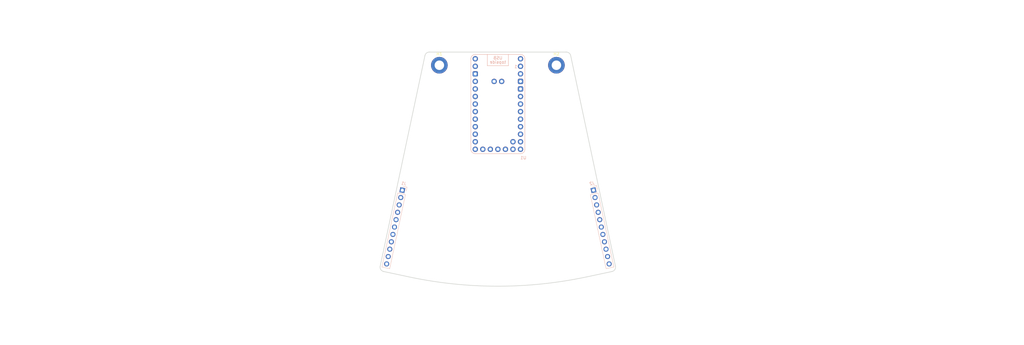
<source format=kicad_pcb>
(kicad_pcb (version 20240108) (generator "pcbnew") (generator_version "8.0")
  (layers (0 "F.Cu" signal) (31 "B.Cu" signal) (34 "B.Paste" user) (35 "F.Paste" user) (36 "B.SilkS" user "B.Silkscreen") (37 "F.SilkS" user "F.Silkscreen") (38 "B.Mask" user) (39 "F.Mask" user) (44 "Edge.Cuts" user))
  (net 0 "")
  (net 1 "col5")
  (net 2 "rgb")
  (net 3 "row2")
  (net 4 "row0")
  (net 5 "col4")
  (net 6 "col2")
  (net 7 "col3")
  (net 8 "row1")
  (net 9 "row3")
  (net 10 "col0")
  (net 11 "col1")
  (net 12 "col8")
  (net 13 "row5")
  (net 14 "col10")
  (net 15 "col6")
  (net 16 "GND")
  (net 17 "col9")
  (net 18 "row4")
  (net 19 "col7")
  (net 20 "col11")
  (net 21 "VCC")
  (footprint "MountingHole:MountingHole_3.2mm_M3_DIN965_Pad" (layer "F.Cu") (at 217.916446 138.860167)
    (property "Reference" "H2" (at 0 -3.8 0) (layer "F.SilkS"))
    (property "Value" "MountingHole")
    (pad "1" thru_hole circle (at 0 0) (size 5.6 5.6) (drill 3.2) (layers "*.Cu" "*.Mask"))
  )
  (footprint "MountingHole:MountingHole_3.2mm_M3_DIN965_Pad" (layer "F.Cu") (at 178.485446 138.860167)
    (property "Reference" "H1" (at 0 -3.8 0) (layer "F.SilkS"))
    (property "Value" "MountingHole")
    (pad "1" thru_hole circle (at 0 0) (size 5.6 5.6) (drill 3.2) (layers "*.Cu" "*.Mask"))
  )
  (footprint "Connector_PinHeader_2.54mm:PinHeader_1x11_P2.54mm_Vertical" (layer "B.Cu") (at 230.399607 180.945708 -168)
    (property "Reference" "J2" (at 0 2.33 12) (layer "B.SilkS") (effects (justify mirror)))
    (property "Value" "Conn_01x11")
    (fp_line (start 1.33 -1.27) (end -1.33 -1.27) (stroke (width 0.12)) (layer "B.SilkS"))
    (fp_line (start 0.000001 1.33) (end -1.33 1.33) (stroke (width 0.12)) (layer "B.SilkS"))
    (fp_line (start -1.33 1.33) (end -1.33 0.000001) (stroke (width 0.12)) (layer "B.SilkS"))
    (fp_line (start 1.33 -26.73) (end 1.33 -1.27) (stroke (width 0.12)) (layer "B.SilkS"))
    (fp_line (start 1.33 -26.73) (end -1.33 -26.73) (stroke (width 0.12)) (layer "B.SilkS"))
    (fp_line (start -1.33 -26.73) (end -1.33 -1.27) (stroke (width 0.12)) (layer "B.SilkS"))
    (pad "1" thru_hole rect (at 0 0 192) (size 1.7 1.7) (drill 1) (layers "*.Cu" "*.Mask") (net 2 "rgb"))
    (pad "2" thru_hole oval (at 0.000001 -2.54 192) (size 1.7 1.7) (drill 1) (layers "*.Cu" "*.Mask") (net 13 "row5"))
    (pad "3" thru_hole oval (at -0.000001 -5.08 192) (size 1.7 1.7) (drill 1) (layers "*.Cu" "*.Mask") (net 20 "col11"))
    (pad "4" thru_hole oval (at 0 -7.62 192) (size 1.7 1.7) (drill 1) (layers "*.Cu" "*.Mask") (net 14 "col10"))
    (pad "5" thru_hole oval (at 0 -10.16 192) (size 1.7 1.7) (drill 1) (layers "*.Cu" "*.Mask") (net 17 "col9"))
    (pad "6" thru_hole oval (at 0 -12.700002 192) (size 1.7 1.7) (drill 1) (layers "*.Cu" "*.Mask") (net 12 "col8"))
    (pad "7" thru_hole oval (at 0 -15.24 192) (size 1.7 1.7) (drill 1) (layers "*.Cu" "*.Mask") (net 19 "col7"))
    (pad "8" thru_hole oval (at 0 -17.78 192) (size 1.7 1.7) (drill 1) (layers "*.Cu" "*.Mask") (net 15 "col6"))
    (pad "9" thru_hole oval (at 0 -20.32 192) (size 1.7 1.7) (drill 1) (layers "*.Cu" "*.Mask") (net 21 "VCC"))
    (pad "10" thru_hole oval (at 0 -22.86 192) (size 1.7 1.7) (drill 1) (layers "*.Cu" "*.Mask") (net 16 "GND"))
    (pad "11" thru_hole oval (at 0 -25.4 192) (size 1.7 1.7) (drill 1) (layers "*.Cu" "*.Mask") (net 18 "row4"))
  )
  (footprint "Connector_PinHeader_2.54mm:PinHeader_1x11_P2.54mm_Vertical" (layer "B.Cu") (at 166.008871 180.945708 168)
    (property "Reference" "J1" (at 0 2.33 168) (layer "B.SilkS") (effects (justify mirror)))
    (property "Value" "Conn_01x11")
    (fp_line (start 1.33 -26.73) (end -1.33 -26.73) (stroke (width 0.12)) (layer "B.SilkS"))
    (fp_line (start 1.33 -26.73) (end 1.33 -1.27) (stroke (width 0.12)) (layer "B.SilkS"))
    (fp_line (start -1.33 -26.73) (end -1.33 -1.27) (stroke (width 0.12)) (layer "B.SilkS"))
    (fp_line (start 1.33 -1.27) (end -1.33 -1.27) (stroke (width 0.12)) (layer "B.SilkS"))
    (fp_line (start -0.000001 1.33) (end -1.33 1.33) (stroke (width 0.12)) (layer "B.SilkS"))
    (fp_line (start -1.33 1.33) (end -1.33 -0.000001) (stroke (width 0.12)) (layer "B.SilkS"))
    (pad "1" thru_hole rect (at 0 0 168) (size 1.7 1.7) (drill 1) (layers "*.Cu" "*.Mask") (net 16 "GND"))
    (pad "2" thru_hole oval (at 0 -2.54 168) (size 1.7 1.7) (drill 1) (layers "*.Cu" "*.Mask") (net 10 "col0"))
    (pad "3" thru_hole oval (at 0 -5.08 168) (size 1.7 1.7) (drill 1) (layers "*.Cu" "*.Mask") (net 11 "col1"))
    (pad "4" thru_hole oval (at 0 -7.62 168) (size 1.7 1.7) (drill 1) (layers "*.Cu" "*.Mask") (net 6 "col2"))
    (pad "5" thru_hole oval (at 0 -10.16 168) (size 1.7 1.7) (drill 1) (layers "*.Cu" "*.Mask") (net 7 "col3"))
    (pad "6" thru_hole oval (at -0.000002 -12.7 168) (size 1.7 1.7) (drill 1) (layers "*.Cu" "*.Mask") (net 5 "col4"))
    (pad "7" thru_hole oval (at 0 -15.24 168) (size 1.7 1.7) (drill 1) (layers "*.Cu" "*.Mask") (net 1 "col5"))
    (pad "8" thru_hole oval (at 0 -17.78 168) (size 1.7 1.7) (drill 1) (layers "*.Cu" "*.Mask") (net 4 "row0"))
    (pad "9" thru_hole oval (at 0 -20.32 168) (size 1.7 1.7) (drill 1) (layers "*.Cu" "*.Mask") (net 8 "row1"))
    (pad "10" thru_hole oval (at 0 -22.86 168) (size 1.7 1.7) (drill 1) (layers "*.Cu" "*.Mask") (net 3 "row2"))
    (pad "11" thru_hole oval (at 0 -25.4 168) (size 1.7 1.7) (drill 1) (layers "*.Cu" "*.Mask") (net 9 "row3"))
  )
  (footprint "PCM_marbastlib-xp-promicroish:Helios_AH_USBup" (layer "B.Cu") (at 198.200946 153.2 180)
    (property "Reference" "U1" (at -9.67 -16.82 0) (layer "B.SilkS") (effects (justify left mirror)))
    (property "Value" "Helios")
    (fp_line (start 9.09 16.51) (end 9.09 -13.97) (stroke (width 0.15)) (layer "B.SilkS"))
    (fp_line (start 7.62 -15.44) (end -7.62 -15.44) (stroke (width 0.15)) (layer "B.SilkS"))
    (fp_line (start 3.55 17.98) (end 3.55 14.2) (stroke (width 0.15)) (layer "B.SilkS"))
    (fp_line (start -3.55 17.98) (end -3.55 14.2) (stroke (width 0.15)) (layer "B.SilkS"))
    (fp_line (start -3.55 14.2) (end 3.55 14.2) (stroke (width 0.15)) (layer "B.SilkS"))
    (fp_line (start -7.62 17.98) (end 7.62 17.98) (stroke (width 0.15)) (layer "B.SilkS"))
    (fp_line (start -9.09 -13.97) (end -9.09 16.51) (stroke (width 0.15)) (layer "B.SilkS"))
    (fp_arc (start 9.09 16.51) (mid 8.659447 17.549447) (end 7.62 17.98) (stroke (width 0.15)) (layer "B.SilkS"))
    (fp_arc (start 7.62 -15.44) (mid 8.659447 -15.009447) (end 9.09 -13.97) (stroke (width 0.15)) (layer "B.SilkS"))
    (fp_arc (start -7.62 17.98) (mid -8.659446 17.549446) (end -9.09 16.51) (stroke (width 0.15)) (layer "B.SilkS"))
    (fp_arc (start -9.09 -13.97) (mid -8.659447 -15.009447) (end -7.62 -15.44) (stroke (width 0.15)) (layer "B.SilkS"))
    (fp_text user "USB" (at 0 16.2 0) (layer "B.SilkS") (effects (justify bottom mirror)))
    (fp_text user "1" (at -6.02 13.2825 0) (layer "B.SilkS") (effects (justify bottom mirror)))
    (fp_text user "topside" (at 0 14.8 0) (layer "B.SilkS") (effects (justify bottom mirror)))
    (pad "1" thru_hole circle (at -7.62 13.97 180) (size 1.8 1.8) (drill 1) (layers "*.Cu" "F.Mask"))
    (pad "2" thru_hole circle (at -7.62 11.43 180) (size 1.8 1.8) (drill 1) (layers "*.Cu" "F.Mask") (net 20 "col11"))
    (pad "3" thru_hole roundrect (at -7.62 8.89 180) (size 1.8 1.8) (drill 1) (layers "*.Cu" "F.Mask") (net 16 "GND"))
    (pad "4" thru_hole roundrect (at -7.62 6.35 180) (size 1.8 1.8) (drill 1) (layers "*.Cu" "F.Mask") (net 16 "GND"))
    (pad "5" thru_hole circle (at -7.62 3.81 180) (size 1.8 1.8) (drill 1) (layers "*.Cu" "F.Mask"))
    (pad "6" thru_hole circle (at -7.62 1.27 180) (size 1.8 1.8) (drill 1) (layers "*.Cu" "F.Mask"))
    (pad "7" thru_hole circle (at -7.62 -1.27 180) (size 1.8 1.8) (drill 1) (layers "*.Cu" "F.Mask") (net 14 "col10"))
    (pad "8" thru_hole circle (at -7.62 -3.81 180) (size 1.8 1.8) (drill 1) (layers "*.Cu" "F.Mask") (net 17 "col9"))
    (pad "9" thru_hole circle (at -7.62 -6.35 180) (size 1.8 1.8) (drill 1) (layers "*.Cu" "F.Mask") (net 12 "col8"))
    (pad "10" thru_hole circle (at -7.62 -8.89 180) (size 1.8 1.8) (drill 1) (layers "*.Cu" "F.Mask") (net 19 "col7"))
    (pad "11" thru_hole circle (at -7.62 -11.43 180) (size 1.8 1.8) (drill 1) (layers "*.Cu" "F.Mask") (net 15 "col6"))
    (pad "12" thru_hole circle (at -7.62 -13.97 180) (size 1.8 1.8) (drill 1) (layers "*.Cu" "F.Mask") (net 18 "row4"))
    (pad "13" thru_hole circle (at 7.62 13.97 180) (size 1.8 1.8) (drill 1) (layers "*.Cu" "F.Mask") (net 21 "VCC"))
    (pad "14" thru_hole roundrect (at 7.62 11.43 180) (size 1.8 1.8) (drill 1) (layers "*.Cu" "F.Mask") (net 16 "GND"))
    (pad "15" thru_hole circle (at 7.62 8.89 180) (size 1.8 1.8) (drill 1) (layers "*.Cu" "F.Mask"))
    (pad "16" thru_hole circle (at 7.62 6.35 180) (size 1.8 1.8) (drill 1) (layers "*.Cu" "F.Mask"))
    (pad "17" thru_hole circle (at 7.62 3.81 180) (size 1.8 1.8) (drill 1) (layers "*.Cu" "F.Mask") (net 11 "col1"))
    (pad "18" thru_hole circle (at 7.62 1.27 180) (size 1.8 1.8) (drill 1) (layers "*.Cu" "F.Mask") (net 6 "col2"))
    (pad "19" thru_hole circle (at 7.62 -1.27 180) (size 1.8 1.8) (drill 1) (layers "*.Cu" "F.Mask") (net 7 "col3"))
    (pad "20" thru_hole circle (at 7.62 -3.81 180) (size 1.8 1.8) (drill 1) (layers "*.Cu" "F.Mask") (net 5 "col4"))
    (pad "21" thru_hole circle (at 7.62 -6.35 180) (size 1.8 1.8) (drill 1) (layers "*.Cu" "F.Mask"))
    (pad "22" thru_hole circle (at 7.62 -8.89 180) (size 1.8 1.8) (drill 1) (layers "*.Cu" "F.Mask"))
    (pad "23" thru_hole circle (at 7.62 -11.43 180) (size 1.8 1.8) (drill 1) (layers "*.Cu" "F.Mask"))
    (pad "24" thru_hole circle (at 7.62 -13.97 180) (size 1.8 1.8) (drill 1) (layers "*.Cu" "F.Mask"))
    (pad "25" thru_hole circle (at -5.08 -13.97 180) (size 1.8 1.8) (drill 1) (layers "*.Cu" "F.Mask") (net 9 "row3"))
    (pad "26" thru_hole circle (at -2.54 -13.97 180) (size 1.8 1.8) (drill 1) (layers "*.Cu" "F.Mask") (net 3 "row2"))
    (pad "27" thru_hole circle (at 0 -13.97 180) (size 1.8 1.8) (drill 1) (layers "*.Cu" "F.Mask") (net 8 "row1"))
    (pad "28" thru_hole circle (at 2.54 -13.97 180) (size 1.8 1.8) (drill 1) (layers "*.Cu" "F.Mask") (net 4 "row0"))
    (pad "29" thru_hole circle (at 5.08 -13.97 180) (size 1.8 1.8) (drill 1) (layers "*.Cu" "F.Mask") (net 1 "col5"))
    (pad "30" thru_hole circle (at 7.62 16.51 180) (size 1.8 1.8) (drill 1) (layers "*.Cu" "F.Mask") (net 10 "col0"))
    (pad "31" thru_hole circle (at -7.62 16.51 180) (size 1.8 1.8) (drill 1) (layers "*.Cu" "F.Mask") (net 13 "row5"))
    (pad "32" thru_hole circle (at -1.27 8.89 180) (size 1.8 1.8) (drill 1) (layers "*.Cu" "F.Mask"))
    (pad "33" thru_hole circle (at 1.27 8.89 180) (size 1.8 1.8) (drill 1) (layers "*.Cu" "F.Mask"))
    (pad "34" thru_hole circle (at -5.08 -11.43 180) (size 1.8 1.8) (drill 1) (layers "*.Cu" "F.Mask") (net 2 "rgb"))
  )
  (gr_line (start 175.097744 134.423367) (end 221.249147 134.423367) (stroke (width 0.2)) (layer "Edge.Cuts"))
  (gr_arc (start 221.249147 134.423367) (mid 222.193127 134.757648) (end 222.716368 135.611499) (stroke (width 0.2)) (layer "Edge.Cuts"))
  (gr_line (start 159.711541 208.342098) (end 168.175247 210.141117) (stroke (width 0.2)) (layer "Edge.Cuts"))
  (gr_line (start 158.551295 206.553872) (end 173.630547 135.611467) (stroke (width 0.2)) (layer "Edge.Cuts"))
  (gr_arc (start 228.171647 210.141116) (mid 198.173487 213.294063) (end 168.175326 210.141133) (stroke (width 0.2)) (layer "Edge.Cuts"))
  (gr_arc (start 159.704979 208.340718) (mid 158.75884 207.690455) (end 158.549626 206.561629) (stroke (width 0.2)) (layer "Edge.Cuts"))
  (gr_arc (start 173.630526 135.611499) (mid 174.153765 134.757648) (end 175.097744 134.423367) (stroke (width 0.2)) (layer "Edge.Cuts"))
  (gr_line (start 236.641915 208.340718) (end 228.171647 210.141116) (stroke (width 0.2)) (layer "Edge.Cuts"))
  (gr_line (start 222.716368 135.611499) (end 237.798808 206.56897) (stroke (width 0.2)) (layer "Edge.Cuts"))
  (gr_arc (start 237.797268 206.561629) (mid 237.588038 207.690436) (end 236.641915 208.340718) (stroke (width 0.2)) (layer "Edge.Cuts"))
)
</source>
